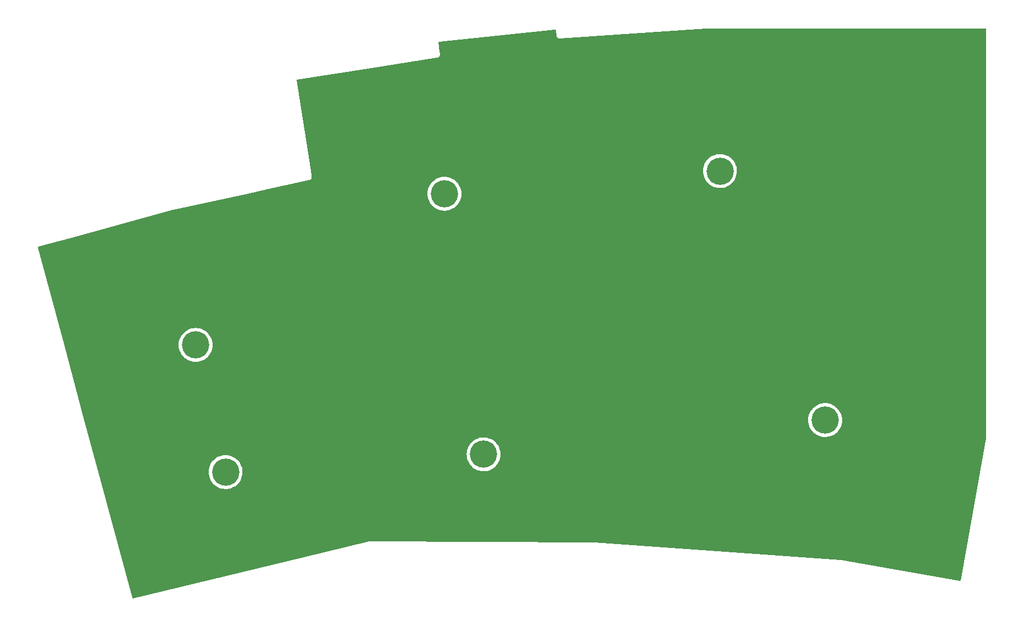
<source format=gbl>
%TF.GenerationSoftware,KiCad,Pcbnew,(6.0.0)*%
%TF.CreationDate,2022-02-12T20:51:35+07:00*%
%TF.ProjectId,PCB Bottom,50434220-426f-4747-946f-6d2e6b696361,rev?*%
%TF.SameCoordinates,Original*%
%TF.FileFunction,Copper,L2,Bot*%
%TF.FilePolarity,Positive*%
%FSLAX46Y46*%
G04 Gerber Fmt 4.6, Leading zero omitted, Abs format (unit mm)*
G04 Created by KiCad (PCBNEW (6.0.0)) date 2022-02-12 20:51:35*
%MOMM*%
%LPD*%
G01*
G04 APERTURE LIST*
%TA.AperFunction,ComponentPad*%
%ADD10C,4.200000*%
%TD*%
G04 APERTURE END LIST*
D10*
%TO.P,Ref\u002A\u002A,*%
%TO.N,*%
X136395381Y-78814700D03*
%TD*%
%TO.P,Ref\u002A\u002A,*%
%TO.N,*%
X120195381Y-40414700D03*
%TD*%
%TO.P,Ref\u002A\u002A,*%
%TO.N,*%
X39372234Y-67231847D03*
%TD*%
%TO.P,Ref\u002A\u002A,*%
%TO.N,*%
X77726234Y-43914647D03*
%TD*%
%TO.P,Ref\u002A\u002A,*%
%TO.N,*%
X43995034Y-86840647D03*
%TD*%
%TO.P,Ref\u002A\u002A,*%
%TO.N,*%
X83760640Y-84099244D03*
%TD*%
%TA.AperFunction,NonConductor*%
G36*
X161188158Y-18483849D02*
G01*
X161234651Y-18537505D01*
X161246037Y-18589962D01*
X161220050Y-46512976D01*
X161187432Y-81561450D01*
X161185484Y-81583406D01*
X157285204Y-103503510D01*
X157253577Y-103567073D01*
X157192607Y-103603448D01*
X157139477Y-103605559D01*
X138881608Y-100417273D01*
X138875120Y-100415963D01*
X138857286Y-100411873D01*
X138857275Y-100411871D01*
X138852538Y-100410785D01*
X138847680Y-100410440D01*
X138847675Y-100410439D01*
X138845305Y-100410270D01*
X138833780Y-100408859D01*
X138832923Y-100408771D01*
X138828494Y-100407998D01*
X138804374Y-100407259D01*
X138799314Y-100407001D01*
X100860007Y-97710011D01*
X100848881Y-97708721D01*
X100842547Y-97707699D01*
X100842535Y-97707698D01*
X100837736Y-97706924D01*
X100818930Y-97706821D01*
X100810686Y-97706506D01*
X100799494Y-97705710D01*
X100799489Y-97705710D01*
X100795017Y-97705392D01*
X100782936Y-97706255D01*
X100773301Y-97706572D01*
X66366937Y-97518340D01*
X66342338Y-97515778D01*
X66341312Y-97515568D01*
X66332106Y-97513682D01*
X66286908Y-97517416D01*
X66275855Y-97517842D01*
X66267730Y-97517797D01*
X66263292Y-97518408D01*
X66263287Y-97518408D01*
X66249232Y-97520342D01*
X66242435Y-97521090D01*
X66238160Y-97521443D01*
X66220679Y-97522888D01*
X66215941Y-97524032D01*
X66213473Y-97524628D01*
X66201082Y-97526970D01*
X66192761Y-97528115D01*
X66160079Y-97532613D01*
X66151888Y-97536284D01*
X66151886Y-97536284D01*
X66146970Y-97538487D01*
X66125018Y-97545983D01*
X56040168Y-99980735D01*
X29749757Y-106327940D01*
X29678846Y-106324483D01*
X29621059Y-106283237D01*
X29598502Y-106238147D01*
X24380415Y-86813281D01*
X41381909Y-86813281D01*
X41397548Y-87127412D01*
X41398189Y-87131143D01*
X41398190Y-87131151D01*
X41450167Y-87433644D01*
X41450169Y-87433652D01*
X41450811Y-87437389D01*
X41540929Y-87738722D01*
X41666595Y-88027046D01*
X41825989Y-88298184D01*
X41828290Y-88301199D01*
X42014503Y-88545197D01*
X42014508Y-88545202D01*
X42016803Y-88548210D01*
X42236272Y-88773501D01*
X42303676Y-88827792D01*
X42478264Y-88968416D01*
X42478269Y-88968420D01*
X42481217Y-88970794D01*
X42484437Y-88972802D01*
X42744863Y-89135220D01*
X42744870Y-89135224D01*
X42748090Y-89137232D01*
X43033026Y-89270402D01*
X43036636Y-89271585D01*
X43036640Y-89271587D01*
X43124796Y-89300486D01*
X43331896Y-89368377D01*
X43640373Y-89429737D01*
X43644145Y-89430024D01*
X43644153Y-89430025D01*
X43950210Y-89453306D01*
X43950215Y-89453306D01*
X43953987Y-89453593D01*
X44268195Y-89439599D01*
X44271933Y-89438977D01*
X44271941Y-89438976D01*
X44422931Y-89413844D01*
X44578446Y-89387959D01*
X44880247Y-89299421D01*
X45169225Y-89175266D01*
X45172502Y-89173362D01*
X45172509Y-89173359D01*
X45330265Y-89081726D01*
X45441194Y-89017293D01*
X45530133Y-88950151D01*
X45689190Y-88830077D01*
X45689196Y-88830072D01*
X45692216Y-88827792D01*
X45918653Y-88609505D01*
X46117226Y-88365597D01*
X46285058Y-88099598D01*
X46419719Y-87815364D01*
X46519257Y-87517011D01*
X46582231Y-87208860D01*
X46607729Y-86895375D01*
X46608302Y-86840647D01*
X46600541Y-86711903D01*
X46589603Y-86530475D01*
X46589603Y-86530471D01*
X46589375Y-86526697D01*
X46572694Y-86435362D01*
X46533548Y-86221017D01*
X46533547Y-86221013D01*
X46532868Y-86217295D01*
X46439600Y-85916923D01*
X46310921Y-85629930D01*
X46148697Y-85360476D01*
X46146370Y-85357492D01*
X46146365Y-85357485D01*
X45957606Y-85115450D01*
X45957600Y-85115443D01*
X45955275Y-85112462D01*
X45733459Y-84889481D01*
X45486462Y-84694764D01*
X45217860Y-84531131D01*
X45069488Y-84463670D01*
X44934997Y-84402520D01*
X44934989Y-84402517D01*
X44931545Y-84400951D01*
X44631665Y-84306111D01*
X44494397Y-84280298D01*
X44326287Y-84248685D01*
X44326282Y-84248684D01*
X44322563Y-84247985D01*
X44008717Y-84227415D01*
X44004937Y-84227623D01*
X44004936Y-84227623D01*
X43913365Y-84232663D01*
X43694672Y-84244698D01*
X43690945Y-84245359D01*
X43690941Y-84245359D01*
X43581282Y-84264794D01*
X43384979Y-84299584D01*
X43381363Y-84300686D01*
X43381355Y-84300688D01*
X43087746Y-84390173D01*
X43087739Y-84390176D01*
X43084122Y-84391278D01*
X42796460Y-84518452D01*
X42793206Y-84520388D01*
X42793200Y-84520391D01*
X42529418Y-84677325D01*
X42526159Y-84679264D01*
X42277136Y-84871384D01*
X42052997Y-85092029D01*
X42036715Y-85112462D01*
X41859355Y-85335035D01*
X41859349Y-85335044D01*
X41856990Y-85338004D01*
X41691952Y-85605745D01*
X41560275Y-85891374D01*
X41463867Y-86190754D01*
X41463148Y-86194470D01*
X41463146Y-86194478D01*
X41404842Y-86495828D01*
X41404841Y-86495837D01*
X41404123Y-86499547D01*
X41403856Y-86503323D01*
X41403855Y-86503328D01*
X41382177Y-86809492D01*
X41381909Y-86813281D01*
X24380415Y-86813281D01*
X23643994Y-84071878D01*
X81147515Y-84071878D01*
X81163154Y-84386009D01*
X81163795Y-84389740D01*
X81163796Y-84389748D01*
X81215773Y-84692241D01*
X81215775Y-84692249D01*
X81216417Y-84695986D01*
X81217505Y-84699625D01*
X81217506Y-84699628D01*
X81269667Y-84874040D01*
X81306535Y-84997319D01*
X81432201Y-85285643D01*
X81591595Y-85556781D01*
X81593896Y-85559796D01*
X81780109Y-85803794D01*
X81780114Y-85803799D01*
X81782409Y-85806807D01*
X82001878Y-86032098D01*
X82069282Y-86086389D01*
X82243870Y-86227013D01*
X82243875Y-86227017D01*
X82246823Y-86229391D01*
X82250043Y-86231399D01*
X82510469Y-86393817D01*
X82510476Y-86393821D01*
X82513696Y-86395829D01*
X82798632Y-86528999D01*
X82802242Y-86530182D01*
X82802246Y-86530184D01*
X82890402Y-86559083D01*
X83097502Y-86626974D01*
X83405979Y-86688334D01*
X83409751Y-86688621D01*
X83409759Y-86688622D01*
X83715816Y-86711903D01*
X83715821Y-86711903D01*
X83719593Y-86712190D01*
X84033801Y-86698196D01*
X84037539Y-86697574D01*
X84037547Y-86697573D01*
X84188537Y-86672441D01*
X84344052Y-86646556D01*
X84645853Y-86558018D01*
X84934831Y-86433863D01*
X84938108Y-86431959D01*
X84938115Y-86431956D01*
X85095871Y-86340323D01*
X85206800Y-86275890D01*
X85324356Y-86187145D01*
X85454796Y-86088674D01*
X85454802Y-86088669D01*
X85457822Y-86086389D01*
X85637201Y-85913466D01*
X85681532Y-85870731D01*
X85681533Y-85870730D01*
X85684259Y-85868102D01*
X85882832Y-85624194D01*
X85955842Y-85508480D01*
X86048641Y-85361402D01*
X86048644Y-85361396D01*
X86050664Y-85358195D01*
X86185325Y-85073961D01*
X86284863Y-84775608D01*
X86347837Y-84467457D01*
X86373335Y-84153972D01*
X86373908Y-84099244D01*
X86354981Y-83785294D01*
X86298474Y-83475892D01*
X86205206Y-83175520D01*
X86076527Y-82888527D01*
X85914303Y-82619073D01*
X85911976Y-82616089D01*
X85911971Y-82616082D01*
X85723212Y-82374047D01*
X85723206Y-82374040D01*
X85720881Y-82371059D01*
X85499065Y-82148078D01*
X85252068Y-81953361D01*
X84983466Y-81789728D01*
X84784878Y-81699435D01*
X84700603Y-81661117D01*
X84700595Y-81661114D01*
X84697151Y-81659548D01*
X84397271Y-81564708D01*
X84260003Y-81538895D01*
X84091893Y-81507282D01*
X84091888Y-81507281D01*
X84088169Y-81506582D01*
X83774323Y-81486012D01*
X83770543Y-81486220D01*
X83770542Y-81486220D01*
X83678971Y-81491260D01*
X83460278Y-81503295D01*
X83456551Y-81503956D01*
X83456547Y-81503956D01*
X83346888Y-81523391D01*
X83150585Y-81558181D01*
X83146969Y-81559283D01*
X83146961Y-81559285D01*
X82853352Y-81648770D01*
X82853345Y-81648773D01*
X82849728Y-81649875D01*
X82562066Y-81777049D01*
X82558812Y-81778985D01*
X82558806Y-81778988D01*
X82295024Y-81935922D01*
X82291765Y-81937861D01*
X82042742Y-82129981D01*
X81818603Y-82350626D01*
X81802321Y-82371059D01*
X81624961Y-82593632D01*
X81624955Y-82593641D01*
X81622596Y-82596601D01*
X81457558Y-82864342D01*
X81325881Y-83149971D01*
X81229473Y-83449351D01*
X81228754Y-83453067D01*
X81228752Y-83453075D01*
X81170448Y-83754425D01*
X81170447Y-83754434D01*
X81169729Y-83758144D01*
X81169462Y-83761920D01*
X81169461Y-83761925D01*
X81167539Y-83789072D01*
X81147515Y-84071878D01*
X23643994Y-84071878D01*
X22224411Y-78787334D01*
X133782256Y-78787334D01*
X133797895Y-79101465D01*
X133798536Y-79105196D01*
X133798537Y-79105204D01*
X133850514Y-79407697D01*
X133850516Y-79407705D01*
X133851158Y-79411442D01*
X133941276Y-79712775D01*
X134066942Y-80001099D01*
X134226336Y-80272237D01*
X134228637Y-80275252D01*
X134414850Y-80519250D01*
X134414855Y-80519255D01*
X134417150Y-80522263D01*
X134636619Y-80747554D01*
X134704023Y-80801845D01*
X134878611Y-80942469D01*
X134878616Y-80942473D01*
X134881564Y-80944847D01*
X134884784Y-80946855D01*
X135145210Y-81109273D01*
X135145217Y-81109277D01*
X135148437Y-81111285D01*
X135433373Y-81244455D01*
X135436983Y-81245638D01*
X135436987Y-81245640D01*
X135525143Y-81274539D01*
X135732243Y-81342430D01*
X136040720Y-81403790D01*
X136044492Y-81404077D01*
X136044500Y-81404078D01*
X136350557Y-81427359D01*
X136350562Y-81427359D01*
X136354334Y-81427646D01*
X136668542Y-81413652D01*
X136672280Y-81413030D01*
X136672288Y-81413029D01*
X136823278Y-81387897D01*
X136978793Y-81362012D01*
X137280594Y-81273474D01*
X137569572Y-81149319D01*
X137572849Y-81147415D01*
X137572856Y-81147412D01*
X137730612Y-81055779D01*
X137841541Y-80991346D01*
X137930480Y-80924204D01*
X138089537Y-80804130D01*
X138089543Y-80804125D01*
X138092563Y-80801845D01*
X138319000Y-80583558D01*
X138517573Y-80339650D01*
X138685405Y-80073651D01*
X138820066Y-79789417D01*
X138919604Y-79491064D01*
X138982578Y-79182913D01*
X139008076Y-78869428D01*
X139008649Y-78814700D01*
X138989722Y-78500750D01*
X138933215Y-78191348D01*
X138839947Y-77890976D01*
X138711268Y-77603983D01*
X138549044Y-77334529D01*
X138546717Y-77331545D01*
X138546712Y-77331538D01*
X138357953Y-77089503D01*
X138357947Y-77089496D01*
X138355622Y-77086515D01*
X138133806Y-76863534D01*
X137886809Y-76668817D01*
X137618207Y-76505184D01*
X137503835Y-76453182D01*
X137335344Y-76376573D01*
X137335336Y-76376570D01*
X137331892Y-76375004D01*
X137032012Y-76280164D01*
X136894744Y-76254351D01*
X136726634Y-76222738D01*
X136726629Y-76222737D01*
X136722910Y-76222038D01*
X136409064Y-76201468D01*
X136405284Y-76201676D01*
X136405283Y-76201676D01*
X136313712Y-76206716D01*
X136095019Y-76218751D01*
X136091292Y-76219412D01*
X136091288Y-76219412D01*
X135981629Y-76238847D01*
X135785326Y-76273637D01*
X135781710Y-76274739D01*
X135781702Y-76274741D01*
X135488093Y-76364226D01*
X135488086Y-76364229D01*
X135484469Y-76365331D01*
X135196807Y-76492505D01*
X135193553Y-76494441D01*
X135193547Y-76494444D01*
X134929765Y-76651378D01*
X134926506Y-76653317D01*
X134677483Y-76845437D01*
X134453344Y-77066082D01*
X134437062Y-77086515D01*
X134259702Y-77309088D01*
X134259696Y-77309097D01*
X134257337Y-77312057D01*
X134092299Y-77579798D01*
X133960622Y-77865427D01*
X133864214Y-78164807D01*
X133863495Y-78168523D01*
X133863493Y-78168531D01*
X133805189Y-78469881D01*
X133805188Y-78469890D01*
X133804470Y-78473600D01*
X133804203Y-78477376D01*
X133804202Y-78477381D01*
X133802280Y-78504528D01*
X133782256Y-78787334D01*
X22224411Y-78787334D01*
X19112918Y-67204481D01*
X36759109Y-67204481D01*
X36774748Y-67518612D01*
X36775389Y-67522343D01*
X36775390Y-67522351D01*
X36827367Y-67824844D01*
X36827369Y-67824852D01*
X36828011Y-67828589D01*
X36918129Y-68129922D01*
X37043795Y-68418246D01*
X37203189Y-68689384D01*
X37205490Y-68692399D01*
X37391703Y-68936397D01*
X37391708Y-68936402D01*
X37394003Y-68939410D01*
X37613472Y-69164701D01*
X37680876Y-69218992D01*
X37855464Y-69359616D01*
X37855469Y-69359620D01*
X37858417Y-69361994D01*
X37861637Y-69364002D01*
X38122063Y-69526420D01*
X38122070Y-69526424D01*
X38125290Y-69528432D01*
X38410226Y-69661602D01*
X38413836Y-69662785D01*
X38413840Y-69662787D01*
X38501996Y-69691686D01*
X38709096Y-69759577D01*
X39017573Y-69820937D01*
X39021345Y-69821224D01*
X39021353Y-69821225D01*
X39327410Y-69844506D01*
X39327415Y-69844506D01*
X39331187Y-69844793D01*
X39645395Y-69830799D01*
X39649133Y-69830177D01*
X39649141Y-69830176D01*
X39800131Y-69805044D01*
X39955646Y-69779159D01*
X40257447Y-69690621D01*
X40546425Y-69566466D01*
X40549702Y-69564562D01*
X40549709Y-69564559D01*
X40707465Y-69472926D01*
X40818394Y-69408493D01*
X40907333Y-69341351D01*
X41066390Y-69221277D01*
X41066396Y-69221272D01*
X41069416Y-69218992D01*
X41295853Y-69000705D01*
X41494426Y-68756797D01*
X41662258Y-68490798D01*
X41796919Y-68206564D01*
X41896457Y-67908211D01*
X41959431Y-67600060D01*
X41984929Y-67286575D01*
X41985502Y-67231847D01*
X41966575Y-66917897D01*
X41910068Y-66608495D01*
X41816800Y-66308123D01*
X41688121Y-66021130D01*
X41525897Y-65751676D01*
X41523570Y-65748692D01*
X41523565Y-65748685D01*
X41334806Y-65506650D01*
X41334800Y-65506643D01*
X41332475Y-65503662D01*
X41110659Y-65280681D01*
X40863662Y-65085964D01*
X40595060Y-64922331D01*
X40480688Y-64870329D01*
X40312197Y-64793720D01*
X40312189Y-64793717D01*
X40308745Y-64792151D01*
X40008865Y-64697311D01*
X39871597Y-64671498D01*
X39703487Y-64639885D01*
X39703482Y-64639884D01*
X39699763Y-64639185D01*
X39385917Y-64618615D01*
X39382137Y-64618823D01*
X39382136Y-64618823D01*
X39290565Y-64623863D01*
X39071872Y-64635898D01*
X39068145Y-64636559D01*
X39068141Y-64636559D01*
X38958482Y-64655994D01*
X38762179Y-64690784D01*
X38758563Y-64691886D01*
X38758555Y-64691888D01*
X38464946Y-64781373D01*
X38464939Y-64781376D01*
X38461322Y-64782478D01*
X38173660Y-64909652D01*
X38170406Y-64911588D01*
X38170400Y-64911591D01*
X37906618Y-65068525D01*
X37903359Y-65070464D01*
X37654336Y-65262584D01*
X37430197Y-65483229D01*
X37413915Y-65503662D01*
X37236555Y-65726235D01*
X37236549Y-65726244D01*
X37234190Y-65729204D01*
X37069152Y-65996945D01*
X36937475Y-66282574D01*
X36841067Y-66581954D01*
X36840348Y-66585670D01*
X36840346Y-66585678D01*
X36782042Y-66887028D01*
X36782041Y-66887037D01*
X36781323Y-66890747D01*
X36781056Y-66894523D01*
X36781055Y-66894528D01*
X36779133Y-66921675D01*
X36759109Y-67204481D01*
X19112918Y-67204481D01*
X15089021Y-52225111D01*
X15090666Y-52154134D01*
X15130422Y-52095313D01*
X15177504Y-52070876D01*
X20342247Y-50660080D01*
X35939512Y-46399545D01*
X35945824Y-46397995D01*
X47439313Y-43887281D01*
X75113109Y-43887281D01*
X75128748Y-44201412D01*
X75129389Y-44205143D01*
X75129390Y-44205151D01*
X75181367Y-44507644D01*
X75181369Y-44507652D01*
X75182011Y-44511389D01*
X75272129Y-44812722D01*
X75397795Y-45101046D01*
X75557189Y-45372184D01*
X75559490Y-45375199D01*
X75745703Y-45619197D01*
X75745708Y-45619202D01*
X75748003Y-45622210D01*
X75967472Y-45847501D01*
X76034876Y-45901792D01*
X76209464Y-46042416D01*
X76209469Y-46042420D01*
X76212417Y-46044794D01*
X76215637Y-46046802D01*
X76476063Y-46209220D01*
X76476070Y-46209224D01*
X76479290Y-46211232D01*
X76764226Y-46344402D01*
X76767836Y-46345585D01*
X76767840Y-46345587D01*
X76932438Y-46399545D01*
X77063096Y-46442377D01*
X77371573Y-46503737D01*
X77375345Y-46504024D01*
X77375353Y-46504025D01*
X77681410Y-46527306D01*
X77681415Y-46527306D01*
X77685187Y-46527593D01*
X77999395Y-46513599D01*
X78003133Y-46512977D01*
X78003141Y-46512976D01*
X78154131Y-46487844D01*
X78309646Y-46461959D01*
X78611447Y-46373421D01*
X78900425Y-46249266D01*
X78903702Y-46247362D01*
X78903709Y-46247359D01*
X79061465Y-46155726D01*
X79172394Y-46091293D01*
X79261333Y-46024151D01*
X79420390Y-45904077D01*
X79420396Y-45904072D01*
X79423416Y-45901792D01*
X79649853Y-45683505D01*
X79848426Y-45439597D01*
X80016258Y-45173598D01*
X80150919Y-44889364D01*
X80250457Y-44591011D01*
X80313431Y-44282860D01*
X80338929Y-43969375D01*
X80339502Y-43914647D01*
X80320575Y-43600697D01*
X80264068Y-43291295D01*
X80170800Y-42990923D01*
X80042121Y-42703930D01*
X79879897Y-42434476D01*
X79877570Y-42431492D01*
X79877565Y-42431485D01*
X79688806Y-42189450D01*
X79688800Y-42189443D01*
X79686475Y-42186462D01*
X79464659Y-41963481D01*
X79217662Y-41768764D01*
X78949060Y-41605131D01*
X78815956Y-41544612D01*
X78666197Y-41476520D01*
X78666189Y-41476517D01*
X78662745Y-41474951D01*
X78362865Y-41380111D01*
X78212526Y-41351840D01*
X78057487Y-41322685D01*
X78057482Y-41322684D01*
X78053763Y-41321985D01*
X77739917Y-41301415D01*
X77736137Y-41301623D01*
X77736136Y-41301623D01*
X77644565Y-41306663D01*
X77425872Y-41318698D01*
X77422145Y-41319359D01*
X77422141Y-41319359D01*
X77312482Y-41338794D01*
X77116179Y-41373584D01*
X77112563Y-41374686D01*
X77112555Y-41374688D01*
X76818946Y-41464173D01*
X76818939Y-41464176D01*
X76815322Y-41465278D01*
X76527660Y-41592452D01*
X76524406Y-41594388D01*
X76524400Y-41594391D01*
X76304214Y-41725388D01*
X76257359Y-41753264D01*
X76254358Y-41755579D01*
X76254354Y-41755582D01*
X76217916Y-41783694D01*
X76008336Y-41945384D01*
X75784197Y-42166029D01*
X75768134Y-42186187D01*
X75590555Y-42409035D01*
X75590549Y-42409044D01*
X75588190Y-42412004D01*
X75423152Y-42679745D01*
X75291475Y-42965374D01*
X75195067Y-43264754D01*
X75194348Y-43268470D01*
X75194346Y-43268478D01*
X75136042Y-43569828D01*
X75136041Y-43569837D01*
X75135323Y-43573547D01*
X75135056Y-43577323D01*
X75135055Y-43577328D01*
X75133133Y-43604475D01*
X75113109Y-43887281D01*
X47439313Y-43887281D01*
X50289103Y-43264754D01*
X56838822Y-41833990D01*
X56846808Y-41832514D01*
X56899130Y-41824579D01*
X56910049Y-41819506D01*
X56942769Y-41804302D01*
X56951793Y-41800528D01*
X56988468Y-41786835D01*
X56988470Y-41786834D01*
X56996880Y-41783694D01*
X57004070Y-41778321D01*
X57008785Y-41775748D01*
X57018463Y-41769967D01*
X57022954Y-41767043D01*
X57031094Y-41763260D01*
X57037843Y-41757347D01*
X57037846Y-41757345D01*
X57067293Y-41731545D01*
X57074897Y-41725388D01*
X57106249Y-41701958D01*
X57113440Y-41696584D01*
X57118834Y-41689407D01*
X57122649Y-41685602D01*
X57130273Y-41677384D01*
X57133789Y-41673286D01*
X57140544Y-41667368D01*
X57145366Y-41659792D01*
X57145368Y-41659790D01*
X57166385Y-41626771D01*
X57171944Y-41618742D01*
X57200866Y-41580260D01*
X57204028Y-41571859D01*
X57206615Y-41567149D01*
X57211646Y-41557081D01*
X57213859Y-41552185D01*
X57218680Y-41544612D01*
X57232087Y-41498399D01*
X57235174Y-41489120D01*
X57248966Y-41452478D01*
X57248967Y-41452476D01*
X57252129Y-41444074D01*
X57252806Y-41435125D01*
X57253968Y-41429877D01*
X57255975Y-41418779D01*
X57256723Y-41413477D01*
X57259223Y-41404858D01*
X57259182Y-41385820D01*
X57259120Y-41356736D01*
X57259479Y-41346958D01*
X57262433Y-41307928D01*
X57262433Y-41307923D01*
X57263110Y-41298974D01*
X57251290Y-41243238D01*
X57250096Y-41236774D01*
X57227090Y-41091064D01*
X57115975Y-40387334D01*
X117582256Y-40387334D01*
X117597895Y-40701465D01*
X117598536Y-40705196D01*
X117598537Y-40705204D01*
X117650514Y-41007697D01*
X117650516Y-41007705D01*
X117651158Y-41011442D01*
X117652246Y-41015081D01*
X117652247Y-41015084D01*
X117737953Y-41301663D01*
X117741276Y-41312775D01*
X117866942Y-41601099D01*
X117868865Y-41604370D01*
X117868867Y-41604374D01*
X117907578Y-41670223D01*
X118026336Y-41872237D01*
X118028637Y-41875252D01*
X118214850Y-42119250D01*
X118214855Y-42119255D01*
X118217150Y-42122263D01*
X118436619Y-42347554D01*
X118516636Y-42412004D01*
X118678611Y-42542469D01*
X118678616Y-42542473D01*
X118681564Y-42544847D01*
X118684784Y-42546855D01*
X118945210Y-42709273D01*
X118945217Y-42709277D01*
X118948437Y-42711285D01*
X119233373Y-42844455D01*
X119236983Y-42845638D01*
X119236987Y-42845640D01*
X119325143Y-42874539D01*
X119532243Y-42942430D01*
X119840720Y-43003790D01*
X119844492Y-43004077D01*
X119844500Y-43004078D01*
X120150557Y-43027359D01*
X120150562Y-43027359D01*
X120154334Y-43027646D01*
X120468542Y-43013652D01*
X120472280Y-43013030D01*
X120472288Y-43013029D01*
X120625866Y-42987466D01*
X120778793Y-42962012D01*
X121080594Y-42873474D01*
X121369572Y-42749319D01*
X121372849Y-42747415D01*
X121372856Y-42747412D01*
X121530612Y-42655779D01*
X121641541Y-42591346D01*
X121730480Y-42524204D01*
X121889537Y-42404130D01*
X121889543Y-42404125D01*
X121892563Y-42401845D01*
X122119000Y-42183558D01*
X122317573Y-41939650D01*
X122413992Y-41786835D01*
X122483382Y-41676858D01*
X122483385Y-41676852D01*
X122485405Y-41673651D01*
X122620066Y-41389417D01*
X122719604Y-41091064D01*
X122782578Y-40782913D01*
X122808076Y-40469428D01*
X122808649Y-40414700D01*
X122789722Y-40100750D01*
X122733215Y-39791348D01*
X122639947Y-39490976D01*
X122511268Y-39203983D01*
X122349044Y-38934529D01*
X122346717Y-38931545D01*
X122346712Y-38931538D01*
X122157953Y-38689503D01*
X122157947Y-38689496D01*
X122155622Y-38686515D01*
X121933806Y-38463534D01*
X121686809Y-38268817D01*
X121418207Y-38105184D01*
X121303835Y-38053182D01*
X121135344Y-37976573D01*
X121135336Y-37976570D01*
X121131892Y-37975004D01*
X120832012Y-37880164D01*
X120694744Y-37854351D01*
X120526634Y-37822738D01*
X120526629Y-37822737D01*
X120522910Y-37822038D01*
X120209064Y-37801468D01*
X120205284Y-37801676D01*
X120205283Y-37801676D01*
X120113712Y-37806716D01*
X119895019Y-37818751D01*
X119891292Y-37819412D01*
X119891288Y-37819412D01*
X119781629Y-37838847D01*
X119585326Y-37873637D01*
X119581710Y-37874739D01*
X119581702Y-37874741D01*
X119288093Y-37964226D01*
X119288086Y-37964229D01*
X119284469Y-37965331D01*
X118996807Y-38092505D01*
X118993553Y-38094441D01*
X118993547Y-38094444D01*
X118729765Y-38251378D01*
X118726506Y-38253317D01*
X118477483Y-38445437D01*
X118253344Y-38666082D01*
X118237062Y-38686515D01*
X118059702Y-38909088D01*
X118059696Y-38909097D01*
X118057337Y-38912057D01*
X117892299Y-39179798D01*
X117760622Y-39465427D01*
X117664214Y-39764807D01*
X117663495Y-39768523D01*
X117663493Y-39768531D01*
X117605189Y-40069881D01*
X117605188Y-40069890D01*
X117604470Y-40073600D01*
X117604203Y-40077376D01*
X117604202Y-40077381D01*
X117602280Y-40104528D01*
X117582256Y-40387334D01*
X57115975Y-40387334D01*
X54913512Y-26438400D01*
X54922645Y-26367995D01*
X54968393Y-26313702D01*
X55018595Y-26294249D01*
X65977627Y-24588953D01*
X76571883Y-22940420D01*
X76578967Y-22939523D01*
X76599163Y-22937544D01*
X76634185Y-22934112D01*
X76676519Y-22917097D01*
X76686665Y-22913515D01*
X76721715Y-22902803D01*
X76721718Y-22902802D01*
X76730299Y-22900179D01*
X76738237Y-22894966D01*
X76760405Y-22883379D01*
X76760408Y-22883378D01*
X76769202Y-22879843D01*
X76776258Y-22874292D01*
X76776262Y-22874289D01*
X76805044Y-22851643D01*
X76813782Y-22845352D01*
X76851928Y-22820300D01*
X76857747Y-22813464D01*
X76857750Y-22813461D01*
X76858077Y-22813077D01*
X76876107Y-22795728D01*
X76876505Y-22795415D01*
X76876507Y-22795413D01*
X76883561Y-22789863D01*
X76888776Y-22782553D01*
X76910055Y-22752725D01*
X76916682Y-22744229D01*
X76940433Y-22716327D01*
X76940434Y-22716326D01*
X76946250Y-22709493D01*
X76949916Y-22701300D01*
X76949918Y-22701297D01*
X76950129Y-22700826D01*
X76962556Y-22679129D01*
X76962853Y-22678712D01*
X76968068Y-22671402D01*
X76983073Y-22628322D01*
X76987049Y-22618308D01*
X77002014Y-22584861D01*
X77005680Y-22576668D01*
X77006969Y-22567265D01*
X77012813Y-22542934D01*
X77015931Y-22533983D01*
X77018242Y-22488418D01*
X77019244Y-22477716D01*
X77025442Y-22432501D01*
X77016640Y-22373565D01*
X77015938Y-22368024D01*
X76978424Y-22007884D01*
X76829208Y-20575421D01*
X76842045Y-20505596D01*
X76890595Y-20453794D01*
X76941531Y-20437040D01*
X87430497Y-19349089D01*
X94778844Y-18586893D01*
X94848664Y-18599761D01*
X94900445Y-18648333D01*
X94917211Y-18699614D01*
X94999448Y-19517402D01*
X94999842Y-19522265D01*
X95003624Y-19583687D01*
X95006667Y-19592127D01*
X95006668Y-19592134D01*
X95017162Y-19621243D01*
X95020943Y-19633718D01*
X95030524Y-19672456D01*
X95035038Y-19680214D01*
X95038180Y-19685614D01*
X95047805Y-19706248D01*
X95049927Y-19712135D01*
X95049929Y-19712139D01*
X95052972Y-19720580D01*
X95058262Y-19727829D01*
X95058263Y-19727830D01*
X95076498Y-19752816D01*
X95083626Y-19763726D01*
X95099187Y-19790469D01*
X95103703Y-19798230D01*
X95110214Y-19804410D01*
X95110216Y-19804413D01*
X95114746Y-19808713D01*
X95129778Y-19825819D01*
X95133460Y-19830864D01*
X95133464Y-19830868D01*
X95138756Y-19838119D01*
X95145870Y-19843593D01*
X95145871Y-19843594D01*
X95170389Y-19862460D01*
X95180293Y-19870932D01*
X95202729Y-19892228D01*
X95202733Y-19892231D01*
X95209243Y-19898410D01*
X95217228Y-19902515D01*
X95222779Y-19905369D01*
X95242006Y-19917567D01*
X95246963Y-19921381D01*
X95246967Y-19921383D01*
X95254081Y-19926857D01*
X95262448Y-19930115D01*
X95291281Y-19941343D01*
X95303157Y-19946690D01*
X95338657Y-19964941D01*
X95347473Y-19966640D01*
X95353606Y-19967822D01*
X95375486Y-19974134D01*
X95389678Y-19979661D01*
X95398618Y-19980439D01*
X95398620Y-19980440D01*
X95415227Y-19981886D01*
X95429443Y-19983124D01*
X95442353Y-19984925D01*
X95472727Y-19990779D01*
X95472733Y-19990779D01*
X95481543Y-19992477D01*
X95547165Y-19986282D01*
X95550456Y-19986016D01*
X118028755Y-18464135D01*
X118037266Y-18463847D01*
X161120037Y-18463847D01*
X161188158Y-18483849D01*
G37*
%TD.AperFunction*%
M02*

</source>
